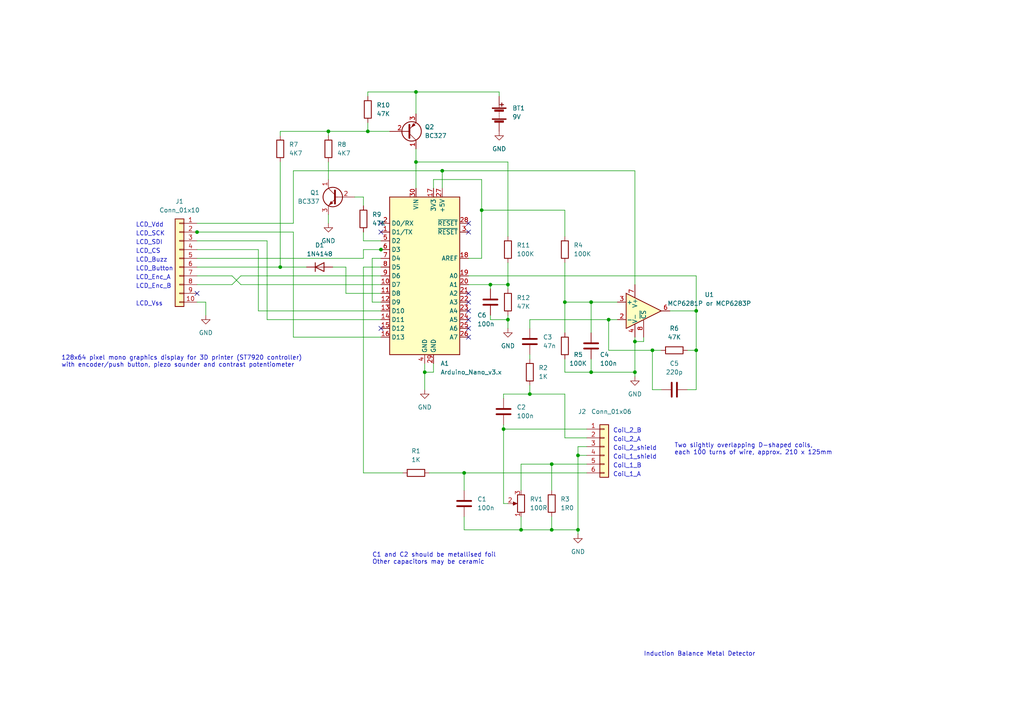
<source format=kicad_sch>
(kicad_sch (version 20211123) (generator eeschema)
  (paper "A4")
  (lib_symbols
    (symbol "Amplifier_Operational:MCP603-xP" (pin_names (offset 0.127))
      (property "Reference" "U" (at 0 6.35 0))
      (property "Value" "MCP603-xP" (at 0 3.81 0))
      (symbol "MCP603-xP_0_1"
        (polyline (pts (xy -5.08 5.08) (xy 5.08 0) (xy -5.08 -5.08) (xy -5.08 5.08)) (stroke (width 0.254)) (fill (type background)))
      )
      (symbol "MCP603-xP_1_1"
        (pin no_connect line (at 0 -2.54 90) (length 2.54) hide (name "NC") (number "1"))
        (pin input line (at -7.62 -2.54 0) (length 2.54) (name "-") (number "2"))
        (pin input line (at -7.62 2.54 0) (length 2.54) (name "+") (number "3"))
        (pin power_in line (at -2.54 -7.62 90) (length 3.81) (name "V-") (number "4"))
        (pin no_connect line (at -2.54 -2.54 90) (length 2.54) hide (name "NC") (number "5"))
        (pin output line (at 7.62 0 180) (length 2.54) (name "~") (number "6"))
        (pin power_in line (at -2.54 7.62 270) (length 3.81) (name "V+") (number "7"))
        (pin input line (at 0 -7.62 90) (length 5.08) (name "~{CS}") (number "8"))
      )
    )
    (symbol "Connector_Generic:Conn_01x06" (pin_names (offset 1.016) hide)
      (property "Reference" "J" (at 0 7.62 0))
      (property "Value" "Conn_01x06" (at 0 -10.16 0))
      (symbol "Conn_01x06_1_1"
        (rectangle (start -1.27 -7.493) (end 0 -7.747) (stroke (width 0.1524)))
        (rectangle (start -1.27 -4.953) (end 0 -5.207) (stroke (width 0.1524)))
        (rectangle (start -1.27 -2.413) (end 0 -2.667) (stroke (width 0.1524)))
        (rectangle (start -1.27 0.127) (end 0 -0.127) (stroke (width 0.1524)))
        (rectangle (start -1.27 2.667) (end 0 2.413) (stroke (width 0.1524)))
        (rectangle (start -1.27 5.207) (end 0 4.953) (stroke (width 0.1524)))
        (rectangle (start -1.27 6.35) (end 1.27 -8.89) (stroke (width 0.254)) (fill (type background)))
        (pin passive line (at -5.08 5.08 0) (length 3.81) (name "Pin_1") (number "1"))
        (pin passive line (at -5.08 2.54 0) (length 3.81) (name "Pin_2") (number "2"))
        (pin passive line (at -5.08 0 0) (length 3.81) (name "Pin_3") (number "3"))
        (pin passive line (at -5.08 -2.54 0) (length 3.81) (name "Pin_4") (number "4"))
        (pin passive line (at -5.08 -5.08 0) (length 3.81) (name "Pin_5") (number "5"))
        (pin passive line (at -5.08 -7.62 0) (length 3.81) (name "Pin_6") (number "6"))
      )
    )
    (symbol "Connector_Generic:Conn_01x10" (pin_names (offset 1.016) hide)
      (property "Reference" "J" (at 0 12.7 0))
      (property "Value" "Conn_01x10" (at 0 -15.24 0))
      (symbol "Conn_01x10_1_1"
        (rectangle (start -1.27 -12.573) (end 0 -12.827) (stroke (width 0.1524)))
        (rectangle (start -1.27 -10.033) (end 0 -10.287) (stroke (width 0.1524)))
        (rectangle (start -1.27 -7.493) (end 0 -7.747) (stroke (width 0.1524)))
        (rectangle (start -1.27 -4.953) (end 0 -5.207) (stroke (width 0.1524)))
        (rectangle (start -1.27 -2.413) (end 0 -2.667) (stroke (width 0.1524)))
        (rectangle (start -1.27 0.127) (end 0 -0.127) (stroke (width 0.1524)))
        (rectangle (start -1.27 2.667) (end 0 2.413) (stroke (width 0.1524)))
        (rectangle (start -1.27 5.207) (end 0 4.953) (stroke (width 0.1524)))
        (rectangle (start -1.27 7.747) (end 0 7.493) (stroke (width 0.1524)))
        (rectangle (start -1.27 10.287) (end 0 10.033) (stroke (width 0.1524)))
        (rectangle (start -1.27 11.43) (end 1.27 -13.97) (stroke (width 0.254)) (fill (type background)))
        (pin passive line (at -5.08 10.16 0) (length 3.81) (name "Pin_1") (number "1"))
        (pin passive line (at -5.08 -12.7 0) (length 3.81) (name "Pin_10") (number "10"))
        (pin passive line (at -5.08 7.62 0) (length 3.81) (name "Pin_2") (number "2"))
        (pin passive line (at -5.08 5.08 0) (length 3.81) (name "Pin_3") (number "3"))
        (pin passive line (at -5.08 2.54 0) (length 3.81) (name "Pin_4") (number "4"))
        (pin passive line (at -5.08 0 0) (length 3.81) (name "Pin_5") (number "5"))
        (pin passive line (at -5.08 -2.54 0) (length 3.81) (name "Pin_6") (number "6"))
        (pin passive line (at -5.08 -5.08 0) (length 3.81) (name "Pin_7") (number "7"))
        (pin passive line (at -5.08 -7.62 0) (length 3.81) (name "Pin_8") (number "8"))
        (pin passive line (at -5.08 -10.16 0) (length 3.81) (name "Pin_9") (number "9"))
      )
    )
    (symbol "Device:Battery" (pin_numbers hide) (pin_names (offset 0) hide)
      (property "Reference" "BT" (at 2.54 2.54 0))
      (property "Value" "Battery" (at 2.54 0 0))
      (symbol "Battery_0_1"
        (rectangle (start -2.032 -1.397) (end 2.032 -1.651) (fill (type outline)))
        (rectangle (start -2.032 1.778) (end 2.032 1.524) (fill (type outline)))
        (rectangle (start -1.3208 -1.9812) (end 1.27 -2.4892) (fill (type outline)))
        (rectangle (start -1.3208 1.1938) (end 1.27 0.6858) (fill (type outline)))
        (polyline (pts (xy 0 -1.524) (xy 0 -1.27)))
        (polyline (pts (xy 0 -1.016) (xy 0 -0.762)))
        (polyline (pts (xy 0 -0.508) (xy 0 -0.254)))
        (polyline (pts (xy 0 0) (xy 0 0.254)))
        (polyline (pts (xy 0 0.508) (xy 0 0.762)))
        (polyline (pts (xy 0 1.778) (xy 0 2.54)))
        (polyline (pts (xy 0.254 2.667) (xy 1.27 2.667)) (stroke (width 0.254)))
        (polyline (pts (xy 0.762 3.175) (xy 0.762 2.159)) (stroke (width 0.254)))
      )
      (symbol "Battery_1_1"
        (pin passive line (at 0 5.08 270) (length 2.54) (name "+") (number "1"))
        (pin passive line (at 0 -5.08 90) (length 2.54) (name "-") (number "2"))
      )
    )
    (symbol "Device:C" (pin_numbers hide) (pin_names (offset 0.254))
      (property "Reference" "C" (at 0.635 2.54 0))
      (property "Value" "C" (at 0.635 -2.54 0))
      (symbol "C_0_1"
        (polyline (pts (xy -2.032 -0.762) (xy 2.032 -0.762)) (stroke (width 0.508)))
        (polyline (pts (xy -2.032 0.762) (xy 2.032 0.762)) (stroke (width 0.508)))
      )
      (symbol "C_1_1"
        (pin passive line (at 0 3.81 270) (length 2.794) (name "~") (number "1"))
        (pin passive line (at 0 -3.81 90) (length 2.794) (name "~") (number "2"))
      )
    )
    (symbol "Device:R" (pin_numbers hide) (pin_names (offset 0))
      (property "Reference" "R" (at 2.032 0 90))
      (property "Value" "R" (at 0 0 90))
      (symbol "R_0_1"
        (rectangle (start -1.016 -2.54) (end 1.016 2.54) (stroke (width 0.254)))
      )
      (symbol "R_1_1"
        (pin passive line (at 0 3.81 270) (length 1.27) (name "~") (number "1"))
        (pin passive line (at 0 -3.81 90) (length 1.27) (name "~") (number "2"))
      )
    )
    (symbol "Device:R_Potentiometer" (pin_names (offset 1.016) hide)
      (property "Reference" "RV" (at -4.445 0 90))
      (property "Value" "R_Potentiometer" (at -2.54 0 90))
      (symbol "R_Potentiometer_0_1"
        (polyline (pts (xy 2.54 0) (xy 1.524 0)))
        (polyline (pts (xy 1.143 0) (xy 2.286 0.508) (xy 2.286 -0.508) (xy 1.143 0)) (fill (type outline)))
        (rectangle (start 1.016 2.54) (end -1.016 -2.54) (stroke (width 0.254)))
      )
      (symbol "R_Potentiometer_1_1"
        (pin passive line (at 0 3.81 270) (length 1.27) (name "1") (number "1"))
        (pin passive line (at 3.81 0 180) (length 1.27) (name "2") (number "2"))
        (pin passive line (at 0 -3.81 90) (length 1.27) (name "3") (number "3"))
      )
    )
    (symbol "Diode:1N4148" (pin_numbers hide) (pin_names (offset 1.016) hide)
      (property "Reference" "D" (at 0 2.54 0))
      (property "Value" "1N4148" (at 0 -2.54 0))
      (symbol "1N4148_0_1"
        (polyline (pts (xy -1.27 1.27) (xy -1.27 -1.27)) (stroke (width 0.254)))
        (polyline (pts (xy 1.27 0) (xy -1.27 0)))
        (polyline (pts (xy 1.27 1.27) (xy 1.27 -1.27) (xy -1.27 0) (xy 1.27 1.27)) (stroke (width 0.254)))
      )
      (symbol "1N4148_1_1"
        (pin passive line (at -3.81 0 0) (length 2.54) (name "K") (number "1"))
        (pin passive line (at 3.81 0 180) (length 2.54) (name "A") (number "2"))
      )
    )
    (symbol "MCU_Module:Arduino_Nano_v3.x"
      (property "Reference" "A" (at -10.16 23.495 0))
      (property "Value" "Arduino_Nano_v3.x" (at 5.08 -24.13 0))
      (symbol "Arduino_Nano_v3.x_0_1"
        (rectangle (start -10.16 22.86) (end 10.16 -22.86) (stroke (width 0.254)) (fill (type background)))
      )
      (symbol "Arduino_Nano_v3.x_1_1"
        (pin bidirectional line (at -12.7 12.7 0) (length 2.54) (name "D1/TX") (number "1"))
        (pin bidirectional line (at -12.7 -2.54 0) (length 2.54) (name "D7") (number "10"))
        (pin bidirectional line (at -12.7 -5.08 0) (length 2.54) (name "D8") (number "11"))
        (pin bidirectional line (at -12.7 -7.62 0) (length 2.54) (name "D9") (number "12"))
        (pin bidirectional line (at -12.7 -10.16 0) (length 2.54) (name "D10") (number "13"))
        (pin bidirectional line (at -12.7 -12.7 0) (length 2.54) (name "D11") (number "14"))
        (pin bidirectional line (at -12.7 -15.24 0) (length 2.54) (name "D12") (number "15"))
        (pin bidirectional line (at -12.7 -17.78 0) (length 2.54) (name "D13") (number "16"))
        (pin power_out line (at 2.54 25.4 270) (length 2.54) (name "3V3") (number "17"))
        (pin input line (at 12.7 5.08 180) (length 2.54) (name "AREF") (number "18"))
        (pin bidirectional line (at 12.7 0 180) (length 2.54) (name "A0") (number "19"))
        (pin bidirectional line (at -12.7 15.24 0) (length 2.54) (name "D0/RX") (number "2"))
        (pin bidirectional line (at 12.7 -2.54 180) (length 2.54) (name "A1") (number "20"))
        (pin bidirectional line (at 12.7 -5.08 180) (length 2.54) (name "A2") (number "21"))
        (pin bidirectional line (at 12.7 -7.62 180) (length 2.54) (name "A3") (number "22"))
        (pin bidirectional line (at 12.7 -10.16 180) (length 2.54) (name "A4") (number "23"))
        (pin bidirectional line (at 12.7 -12.7 180) (length 2.54) (name "A5") (number "24"))
        (pin bidirectional line (at 12.7 -15.24 180) (length 2.54) (name "A6") (number "25"))
        (pin bidirectional line (at 12.7 -17.78 180) (length 2.54) (name "A7") (number "26"))
        (pin power_out line (at 5.08 25.4 270) (length 2.54) (name "+5V") (number "27"))
        (pin input line (at 12.7 15.24 180) (length 2.54) (name "~{RESET}") (number "28"))
        (pin power_in line (at 2.54 -25.4 90) (length 2.54) (name "GND") (number "29"))
        (pin input line (at 12.7 12.7 180) (length 2.54) (name "~{RESET}") (number "3"))
        (pin power_in line (at -2.54 25.4 270) (length 2.54) (name "VIN") (number "30"))
        (pin power_in line (at 0 -25.4 90) (length 2.54) (name "GND") (number "4"))
        (pin bidirectional line (at -12.7 10.16 0) (length 2.54) (name "D2") (number "5"))
        (pin bidirectional line (at -12.7 7.62 0) (length 2.54) (name "D3") (number "6"))
        (pin bidirectional line (at -12.7 5.08 0) (length 2.54) (name "D4") (number "7"))
        (pin bidirectional line (at -12.7 2.54 0) (length 2.54) (name "D5") (number "8"))
        (pin bidirectional line (at -12.7 0 0) (length 2.54) (name "D6") (number "9"))
      )
    )
    (symbol "Transistor_BJT:BC327" (pin_names (offset 0) hide)
      (property "Reference" "Q" (at 5.08 1.905 0))
      (property "Value" "BC327" (at 5.08 0 0))
      (symbol "BC327_0_1"
        (polyline (pts (xy 0.635 0.635) (xy 2.54 2.54)))
        (polyline (pts (xy 0.635 -0.635) (xy 2.54 -2.54) (xy 2.54 -2.54)))
        (polyline (pts (xy 0.635 1.905) (xy 0.635 -1.905) (xy 0.635 -1.905)) (stroke (width 0.508)))
        (polyline (pts (xy 2.286 -1.778) (xy 1.778 -2.286) (xy 1.27 -1.27) (xy 2.286 -1.778) (xy 2.286 -1.778)) (fill (type outline)))
        (circle (center 1.27 0) (radius 2.8194) (stroke (width 0.254)))
      )
      (symbol "BC327_1_1"
        (pin passive line (at 2.54 5.08 270) (length 2.54) (name "C") (number "1"))
        (pin input line (at -5.08 0 0) (length 5.715) (name "B") (number "2"))
        (pin passive line (at 2.54 -5.08 90) (length 2.54) (name "E") (number "3"))
      )
    )
    (symbol "Transistor_BJT:BC337" (pin_names (offset 0) hide)
      (property "Reference" "Q" (at 5.08 1.905 0))
      (property "Value" "BC337" (at 5.08 0 0))
      (symbol "BC337_0_1"
        (polyline (pts (xy 0 0) (xy 0.635 0)))
        (polyline (pts (xy 0.635 0.635) (xy 2.54 2.54)))
        (polyline (pts (xy 0.635 -0.635) (xy 2.54 -2.54) (xy 2.54 -2.54)))
        (polyline (pts (xy 0.635 1.905) (xy 0.635 -1.905) (xy 0.635 -1.905)) (stroke (width 0.508)))
        (polyline (pts (xy 1.27 -1.778) (xy 1.778 -1.27) (xy 2.286 -2.286) (xy 1.27 -1.778) (xy 1.27 -1.778)) (fill (type outline)))
        (circle (center 1.27 0) (radius 2.8194) (stroke (width 0.254)))
      )
      (symbol "BC337_1_1"
        (pin passive line (at 2.54 5.08 270) (length 2.54) (name "C") (number "1"))
        (pin input line (at -5.08 0 0) (length 5.08) (name "B") (number "2"))
        (pin passive line (at 2.54 -5.08 90) (length 2.54) (name "E") (number "3"))
      )
    )
    (symbol "power:GND" (power) (pin_names (offset 0))
      (property "Value" "GND" (at 0 -3.81 0))
      (symbol "GND_0_1"
        (polyline (pts (xy 0 0) (xy 0 -1.27) (xy 1.27 -1.27) (xy 0 -2.54) (xy -1.27 -1.27) (xy 0 -1.27)))
      )
      (symbol "GND_1_1"
        (pin power_in line (at 0 0 270) (length 0) hide (name "GND") (number "1"))
      )
    )
  )
  (junction (at 184.15 99.06))
  (junction (at 184.15 107.95))
  (junction (at 201.93 101.6))
  (junction (at 128.27 49.53))
  (junction (at 201.93 90.17))
  (junction (at 151.13 153.67))
  (junction (at 120.65 46.99))
  (junction (at 147.32 92.71))
  (junction (at 153.67 114.3))
  (junction (at 171.45 87.63))
  (junction (at 171.45 107.95))
  (junction (at 176.53 92.71))
  (junction (at 167.64 153.67))
  (junction (at 146.05 124.46))
  (junction (at 139.7 60.96))
  (junction (at 123.19 107.95))
  (junction (at 106.68 38.1))
  (junction (at 142.24 82.55))
  (junction (at 57.15 67.31))
  (junction (at 189.23 101.6))
  (junction (at 163.83 87.63))
  (junction (at 95.25 38.1))
  (junction (at 160.02 134.62))
  (junction (at 81.28 77.47))
  (junction (at 160.02 153.67))
  (junction (at 147.32 82.55))
  (junction (at 167.64 132.08))
  (junction (at 120.65 26.67))
  (junction (at 134.62 137.16))
  (junction (at 110.49 72.39))
  (no_connect (at 135.89 64.77))
  (no_connect (at 135.89 67.31))
  (no_connect (at 135.89 90.17))
  (no_connect (at 135.89 85.09))
  (no_connect (at 135.89 87.63))
  (no_connect (at 135.89 97.79))
  (no_connect (at 135.89 95.25))
  (no_connect (at 135.89 92.71))
  (no_connect (at 110.49 95.25))
  (no_connect (at 110.49 67.31))
  (no_connect (at 110.49 64.77))
  (no_connect (at 57.15 85.09))
  (wire (pts (xy 201.93 101.6) (xy 199.39 101.6)))
  (wire (pts (xy 105.41 77.47) (xy 105.41 137.16)))
  (wire (pts (xy 125.73 54.61) (xy 125.73 52.07)))
  (wire (pts (xy 189.23 101.6) (xy 189.23 113.03)))
  (wire (pts (xy 69.85 80.01) (xy 67.31 82.55)))
  (wire (pts (xy 81.28 77.47) (xy 57.15 77.47)))
  (wire (pts (xy 95.25 38.1) (xy 106.68 38.1)))
  (wire (pts (xy 153.67 92.71) (xy 176.53 92.71)))
  (wire (pts (xy 151.13 134.62) (xy 151.13 142.24)))
  (wire (pts (xy 147.32 76.2) (xy 147.32 82.55)))
  (wire (pts (xy 77.47 92.71) (xy 77.47 69.85)))
  (wire (pts (xy 81.28 46.99) (xy 81.28 77.47)))
  (wire (pts (xy 184.15 99.06) (xy 184.15 107.95)))
  (wire (pts (xy 57.15 80.01) (xy 67.31 80.01)))
  (wire (pts (xy 95.25 46.99) (xy 95.25 52.07)))
  (wire (pts (xy 167.64 153.67) (xy 167.64 154.94)))
  (wire (pts (xy 147.32 92.71) (xy 147.32 95.25)))
  (wire (pts (xy 125.73 52.07) (xy 139.7 52.07)))
  (wire (pts (xy 189.23 113.03) (xy 191.77 113.03)))
  (wire (pts (xy 67.31 82.55) (xy 57.15 82.55)))
  (wire (pts (xy 57.15 67.31) (xy 85.09 67.31)))
  (wire (pts (xy 163.83 87.63) (xy 171.45 87.63)))
  (wire (pts (xy 146.05 114.3) (xy 146.05 115.57)))
  (wire (pts (xy 100.33 77.47) (xy 100.33 85.09)))
  (wire (pts (xy 120.65 46.99) (xy 147.32 46.99)))
  (wire (pts (xy 146.05 124.46) (xy 170.18 124.46)))
  (wire (pts (xy 153.67 102.87) (xy 153.67 104.14)))
  (wire (pts (xy 153.67 111.76) (xy 153.67 114.3)))
  (wire (pts (xy 184.15 49.53) (xy 184.15 82.55)))
  (wire (pts (xy 163.83 76.2) (xy 163.83 87.63)))
  (wire (pts (xy 184.15 107.95) (xy 184.15 109.22)))
  (wire (pts (xy 176.53 92.71) (xy 179.07 92.71)))
  (wire (pts (xy 176.53 101.6) (xy 176.53 92.71)))
  (wire (pts (xy 123.19 107.95) (xy 125.73 107.95)))
  (wire (pts (xy 147.32 146.05) (xy 146.05 146.05)))
  (wire (pts (xy 110.49 92.71) (xy 77.47 92.71)))
  (wire (pts (xy 110.6235 72.39) (xy 110.49 72.39)))
  (wire (pts (xy 146.05 124.46) (xy 146.05 146.05)))
  (wire (pts (xy 171.45 87.63) (xy 171.45 96.52)))
  (wire (pts (xy 167.64 132.08) (xy 167.64 153.67)))
  (wire (pts (xy 57.15 87.63) (xy 59.69 87.63)))
  (wire (pts (xy 106.68 26.67) (xy 120.65 26.67)))
  (wire (pts (xy 105.41 74.93) (xy 105.41 72.39)))
  (wire (pts (xy 107.95 74.93) (xy 110.49 74.93)))
  (wire (pts (xy 151.13 153.67) (xy 160.02 153.67)))
  (wire (pts (xy 110.49 85.09) (xy 100.33 85.09)))
  (wire (pts (xy 95.25 39.37) (xy 95.25 38.1)))
  (wire (pts (xy 160.02 153.67) (xy 167.64 153.67)))
  (wire (pts (xy 153.67 114.3) (xy 146.05 114.3)))
  (wire (pts (xy 201.93 101.6) (xy 201.93 113.03)))
  (wire (pts (xy 77.47 69.85) (xy 57.15 69.85)))
  (wire (pts (xy 105.41 67.31) (xy 105.41 69.85)))
  (wire (pts (xy 123.19 105.41) (xy 123.19 107.95)))
  (wire (pts (xy 139.7 60.96) (xy 139.7 74.93)))
  (wire (pts (xy 128.27 49.53) (xy 128.27 54.61)))
  (wire (pts (xy 135.89 80.01) (xy 201.93 80.01)))
  (wire (pts (xy 57.15 64.77) (xy 85.09 64.77)))
  (wire (pts (xy 147.32 91.44) (xy 147.32 92.71)))
  (wire (pts (xy 81.28 39.37) (xy 81.28 38.1)))
  (wire (pts (xy 142.24 92.71) (xy 147.32 92.71)))
  (wire (pts (xy 57.15 74.93) (xy 105.41 74.93)))
  (wire (pts (xy 123.19 107.95) (xy 123.19 113.03)))
  (wire (pts (xy 170.18 127) (xy 163.83 127)))
  (wire (pts (xy 107.95 74.93) (xy 107.95 87.63)))
  (wire (pts (xy 105.41 137.16) (xy 116.84 137.16)))
  (wire (pts (xy 125.73 107.95) (xy 125.73 105.41)))
  (wire (pts (xy 120.65 26.67) (xy 144.78 26.67)))
  (wire (pts (xy 163.83 107.95) (xy 171.45 107.95)))
  (wire (pts (xy 59.69 87.63) (xy 59.69 91.44)))
  (wire (pts (xy 170.18 134.62) (xy 160.02 134.62)))
  (wire (pts (xy 110.49 90.17) (xy 74.93 90.17)))
  (wire (pts (xy 201.93 113.03) (xy 199.39 113.03)))
  (wire (pts (xy 106.68 38.1) (xy 113.03 38.1)))
  (wire (pts (xy 163.83 127) (xy 163.83 114.3)))
  (wire (pts (xy 186.69 99.06) (xy 184.15 99.06)))
  (wire (pts (xy 134.62 137.16) (xy 134.62 142.24)))
  (wire (pts (xy 74.93 90.17) (xy 74.93 72.39)))
  (wire (pts (xy 135.89 74.93) (xy 139.7 74.93)))
  (wire (pts (xy 189.23 101.6) (xy 176.53 101.6)))
  (wire (pts (xy 160.02 134.62) (xy 151.13 134.62)))
  (wire (pts (xy 191.77 101.6) (xy 189.23 101.6)))
  (wire (pts (xy 160.02 149.86) (xy 160.02 153.67)))
  (wire (pts (xy 110.49 69.85) (xy 105.41 69.85)))
  (wire (pts (xy 120.65 46.99) (xy 120.65 54.61)))
  (wire (pts (xy 110.49 97.79) (xy 85.09 97.79)))
  (wire (pts (xy 184.15 97.79) (xy 184.15 99.06)))
  (wire (pts (xy 142.24 91.44) (xy 142.24 92.71)))
  (wire (pts (xy 95.25 62.23) (xy 95.25 64.77)))
  (wire (pts (xy 139.7 60.96) (xy 163.83 60.96)))
  (wire (pts (xy 163.83 104.14) (xy 163.83 107.95)))
  (wire (pts (xy 163.83 87.63) (xy 163.83 96.52)))
  (wire (pts (xy 147.32 82.55) (xy 147.32 83.82)))
  (wire (pts (xy 171.45 107.95) (xy 184.15 107.95)))
  (wire (pts (xy 153.67 95.25) (xy 153.67 92.71)))
  (wire (pts (xy 110.49 82.55) (xy 69.85 82.55)))
  (wire (pts (xy 57.0981 67.4256) (xy 57.15 67.31)))
  (wire (pts (xy 69.85 82.55) (xy 67.31 80.01)))
  (wire (pts (xy 81.28 38.1) (xy 95.25 38.1)))
  (wire (pts (xy 163.83 60.96) (xy 163.83 68.58)))
  (wire (pts (xy 105.41 57.15) (xy 105.41 59.69)))
  (wire (pts (xy 120.65 43.18) (xy 120.65 46.99)))
  (wire (pts (xy 201.93 90.17) (xy 201.93 101.6)))
  (wire (pts (xy 105.41 72.39) (xy 110.49 72.39)))
  (wire (pts (xy 134.62 153.67) (xy 151.13 153.67)))
  (wire (pts (xy 151.13 149.86) (xy 151.13 153.67)))
  (wire (pts (xy 201.93 80.01) (xy 201.93 90.17)))
  (wire (pts (xy 201.93 90.17) (xy 194.31 90.17)))
  (wire (pts (xy 147.32 46.99) (xy 147.32 68.58)))
  (wire (pts (xy 120.65 26.67) (xy 120.65 33.02)))
  (wire (pts (xy 81.28 77.47) (xy 88.9 77.47)))
  (wire (pts (xy 110.49 77.47) (xy 105.41 77.47)))
  (wire (pts (xy 106.68 35.56) (xy 106.68 38.1)))
  (wire (pts (xy 142.24 82.55) (xy 142.24 83.82)))
  (wire (pts (xy 85.09 64.77) (xy 85.09 49.53)))
  (wire (pts (xy 134.62 137.16) (xy 170.18 137.16)))
  (wire (pts (xy 110.49 80.01) (xy 69.85 80.01)))
  (wire (pts (xy 134.62 149.86) (xy 134.62 153.67)))
  (wire (pts (xy 171.45 104.14) (xy 171.45 107.95)))
  (wire (pts (xy 96.52 77.47) (xy 100.33 77.47)))
  (wire (pts (xy 142.24 82.55) (xy 147.32 82.55)))
  (wire (pts (xy 135.89 82.55) (xy 142.24 82.55)))
  (wire (pts (xy 179.07 87.63) (xy 171.45 87.63)))
  (wire (pts (xy 146.05 123.19) (xy 146.05 124.46)))
  (wire (pts (xy 144.78 26.67) (xy 144.78 27.94)))
  (wire (pts (xy 163.83 114.3) (xy 153.67 114.3)))
  (wire (pts (xy 102.87 57.15) (xy 105.41 57.15)))
  (wire (pts (xy 139.7 52.07) (xy 139.7 60.96)))
  (wire (pts (xy 124.46 137.16) (xy 134.62 137.16)))
  (wire (pts (xy 167.64 129.54) (xy 170.18 129.54)))
  (wire (pts (xy 106.68 27.94) (xy 106.68 26.67)))
  (wire (pts (xy 186.69 97.79) (xy 186.69 99.06)))
  (wire (pts (xy 128.27 49.53) (xy 184.15 49.53)))
  (wire (pts (xy 107.95 87.63) (xy 110.49 87.63)))
  (wire (pts (xy 160.02 134.62) (xy 160.02 142.24)))
  (wire (pts (xy 85.09 49.53) (xy 128.27 49.53)))
  (wire (pts (xy 167.64 132.08) (xy 170.18 132.08)))
  (wire (pts (xy 85.09 97.79) (xy 85.09 67.31)))
  (wire (pts (xy 74.93 72.39) (xy 57.15 72.39)))
  (wire (pts (xy 167.64 132.08) (xy 167.64 129.54)))
  (text "LCD_SCK" (at 39.37 68.58 0) (effects (font (size 1.27 1.27)) (justify left bottom)))
  (text "Coil_1_B" (at 177.8 135.89 0) (effects (font (size 1.27 1.27)) (justify left bottom)))
  (text "128x64 pixel mono graphics display for 3D printer (ST7920 controller)\nwith encoder/push button, piezo sounder and contrast potentiometer" (at 17.78 106.68 0) (effects (font (size 1.27 1.27)) (justify left bottom)))
  (text "Coil_2_A" (at 177.8 128.27 0) (effects (font (size 1.27 1.27)) (justify left bottom)))
  (text "LCD_SDI" (at 39.37 71.12 0) (effects (font (size 1.27 1.27)) (justify left bottom)))
  (text "C1 and C2 should be metallised foil\nOther capacitors may be ceramic" (at 107.95 163.83 0) (effects (font (size 1.27 1.27)) (justify left bottom)))
  (text "LCD_Vss" (at 39.37 88.9 0) (effects (font (size 1.27 1.27)) (justify left bottom)))
  (text "Coil_2_B" (at 177.8 125.73 0) (effects (font (size 1.27 1.27)) (justify left bottom)))
  (text "Induction Balance Metal Detector" (at 186.69 190.5 0) (effects (font (size 1.27 1.27)) (justify left bottom)))
  (text "LCD_Buzz" (at 39.37 76.2 0) (effects (font (size 1.27 1.27)) (justify left bottom)))
  (text "LCD_Button" (at 39.37 78.74 0) (effects (font (size 1.27 1.27)) (justify left bottom)))
  (text "Coil_1_A" (at 177.8 138.43 0) (effects (font (size 1.27 1.27)) (justify left bottom)))
  (text "LCD_Enc_B" (at 39.37 83.82 0) (effects (font (size 1.27 1.27)) (justify left bottom)))
  (text "Coil_1_shield" (at 177.8 133.35 0) (effects (font (size 1.27 1.27)) (justify left bottom)))
  (text "Coil_2_shield" (at 177.8 130.81 0) (effects (font (size 1.27 1.27)) (justify left bottom)))
  (text "LCD_CS" (at 39.37 73.66 0) (effects (font (size 1.27 1.27)) (justify left bottom)))
  (text "LCD_Vdd" (at 39.37 66.04 0) (effects (font (size 1.27 1.27)) (justify left bottom)))
  (text "LCD_Enc_A" (at 39.37 81.28 0) (effects (font (size 1.27 1.27)) (justify left bottom)))
  (text "Two slightly overlapping D-shaped coils,\neach 100 turns of wire, approx. 210 x 125mm" (at 195.58 132.08 0) (effects (font (size 1.27 1.27)) (justify left bottom)))
  (symbol (lib_id "power:GND") (at 147.32 95.25 0) (unit 1)
    (property "Reference" "#PWR06" (effects hide))
    (property "Value" "GND" (at 147.32 100.33 0))
  )
  (symbol (lib_id "Device:R") (at 81.28 43.18 180) (unit 1)
    (property "Reference" "R7" (at 83.82 41.9099 0) (effects (justify right)))
    (property "Value" "4K7" (at 83.82 44.4499 0) (effects (justify right)))
  )
  (symbol (lib_id "Device:R") (at 106.68 31.75 180) (unit 1)
    (property "Reference" "R10" (at 109.22 30.4799 0) (effects (justify right)))
    (property "Value" "47K" (at 109.22 33.0199 0) (effects (justify right)))
  )
  (symbol (lib_id "Device:C") (at 195.58 113.03 90) (unit 1)
    (property "Reference" "C5" (at 195.58 105.41 90))
    (property "Value" "220p" (at 195.58 107.95 90))
  )
  (symbol (lib_id "Device:R") (at 147.32 72.39 0) (unit 1)
    (property "Reference" "R11" (at 149.86 71.1199 0) (effects (justify left)))
    (property "Value" "100K" (at 149.86 73.6599 0) (effects (justify left)))
  )
  (symbol (lib_id "Transistor_BJT:BC337") (at 97.79 57.15 0) (mirror y) (unit 1)
    (property "Reference" "Q1" (at 92.71 55.8799 0) (effects (justify left)))
    (property "Value" "BC337" (at 92.71 58.4199 0) (effects (justify left)))
    (property "Footprint" "Package_TO_SOT_THT:TO-92_Inline" (effects hide))
    (property "Datasheet" "https://diotec.com/tl_files/diotec/files/pdf/datasheets/bc337.pdf" (effects hide))
  )
  (symbol (lib_id "Device:Battery") (at 144.78 33.02 0) (unit 1)
    (property "Reference" "BT1" (at 148.59 31.3689 0) (effects (justify left)))
    (property "Value" "9V" (at 148.59 33.9089 0) (effects (justify left)))
  )
  (symbol (lib_id "Device:C") (at 134.62 146.05 0) (unit 1)
    (property "Reference" "C1" (at 138.43 144.7799 0) (effects (justify left)))
    (property "Value" "100n" (at 138.43 147.3199 0) (effects (justify left)))
  )
  (symbol (lib_id "Device:R") (at 147.32 87.63 0) (unit 1)
    (property "Reference" "R12" (at 149.86 86.3599 0) (effects (justify left)))
    (property "Value" "47K" (at 149.86 88.8999 0) (effects (justify left)))
  )
  (symbol (lib_id "Device:C") (at 171.45 100.33 0) (unit 1)
    (property "Reference" "C4" (at 173.99 102.87 0) (effects (justify left)))
    (property "Value" "100n" (at 173.99 105.41 0) (effects (justify left)))
  )
  (symbol (lib_id "Transistor_BJT:BC327") (at 118.11 38.1 0) (mirror x) (unit 1)
    (property "Reference" "Q2" (at 123.19 36.8299 0) (effects (justify left)))
    (property "Value" "BC327" (at 123.19 39.3699 0) (effects (justify left)))
    (property "Footprint" "Package_TO_SOT_THT:TO-92_Inline" (effects hide))
    (property "Datasheet" "http://www.onsemi.com/pub_link/Collateral/BC327-D.PDF" (effects hide))
  )
  (symbol (lib_id "power:GND") (at 123.19 113.03 0) (unit 1)
    (property "Reference" "#PWR02" (effects hide))
    (property "Value" "GND" (at 123.19 118.11 0))
  )
  (symbol (lib_id "Device:R") (at 195.58 101.6 270) (unit 1)
    (property "Reference" "R6" (at 195.58 95.25 90))
    (property "Value" "47K" (at 195.58 97.79 90))
  )
  (symbol (lib_id "power:GND") (at 144.78 38.1 0) (unit 1)
    (property "Reference" "#PWR0101" (effects hide))
    (property "Value" "GND" (at 144.78 43.18 0))
  )
  (symbol (lib_id "Device:R") (at 120.65 137.16 270) (unit 1)
    (property "Reference" "R1" (at 120.65 130.81 90))
    (property "Value" "1K" (at 120.65 133.35 90))
  )
  (symbol (lib_id "Device:R") (at 163.83 72.39 0) (unit 1)
    (property "Reference" "R4" (at 166.37 71.1199 0) (effects (justify left)))
    (property "Value" "100K" (at 166.37 73.6599 0) (effects (justify left)))
  )
  (symbol (lib_id "power:GND") (at 59.69 91.44 0) (unit 1)
    (property "Reference" "#PWR01" (effects hide))
    (property "Value" "GND" (at 59.69 96.52 0))
  )
  (symbol (lib_id "Device:C") (at 153.67 99.06 0) (unit 1)
    (property "Reference" "C3" (at 157.48 97.7899 0) (effects (justify left)))
    (property "Value" "47n" (at 157.48 100.3299 0) (effects (justify left)))
  )
  (symbol (lib_id "power:GND") (at 95.25 64.77 0) (unit 1)
    (property "Reference" "#PWR05" (effects hide))
    (property "Value" "GND" (at 95.25 69.85 0))
  )
  (symbol (lib_id "power:GND") (at 167.64 154.94 0) (unit 1)
    (property "Reference" "#PWR03" (effects hide))
    (property "Value" "GND" (at 167.64 160.02 0))
  )
  (symbol (lib_id "power:GND") (at 184.15 109.22 0) (unit 1)
    (property "Reference" "#PWR04" (effects hide))
    (property "Value" "GND" (at 184.15 114.3 0))
  )
  (symbol (lib_id "Device:R") (at 153.67 107.95 0) (unit 1)
    (property "Reference" "R2" (at 156.21 106.6799 0) (effects (justify left)))
    (property "Value" "1K" (at 156.21 109.2199 0) (effects (justify left)))
  )
  (symbol (lib_id "Device:C") (at 146.05 119.38 0) (unit 1)
    (property "Reference" "C2" (at 149.86 118.1099 0) (effects (justify left)))
    (property "Value" "100n" (at 149.86 120.6499 0) (effects (justify left)))
  )
  (symbol (lib_id "Device:R") (at 95.25 43.18 180) (unit 1)
    (property "Reference" "R8" (at 97.79 41.9099 0) (effects (justify right)))
    (property "Value" "4K7" (at 97.79 44.4499 0) (effects (justify right)))
  )
  (symbol (lib_id "Device:R_Potentiometer") (at 151.13 146.05 180) (unit 1)
    (property "Reference" "RV1" (at 153.67 144.7799 0) (effects (justify right)))
    (property "Value" "100R" (at 153.67 147.3199 0) (effects (justify right)))
  )
  (symbol (lib_id "Device:R") (at 160.02 146.05 0) (unit 1)
    (property "Reference" "R3" (at 162.56 144.7799 0) (effects (justify left)))
    (property "Value" "1R0" (at 162.56 147.3199 0) (effects (justify left)))
  )
  (symbol (lib_id "Device:R") (at 163.83 100.33 0) (unit 1)
    (property "Reference" "R5" (at 166.37 102.87 0) (effects (justify left)))
    (property "Value" "100K" (at 165.1 105.41 0) (effects (justify left)))
  )
  (symbol (lib_id "Connector_Generic:Conn_01x10") (at 52.07 74.93 0) (mirror y) (unit 1)
    (property "Reference" "J1" (at 52.07 58.42 0))
    (property "Value" "Conn_01x10" (at 52.07 60.96 0))
  )
  (symbol (lib_id "Connector_Generic:Conn_01x06") (at 175.26 129.54 0) (unit 1)
    (property "Reference" "J2" (at 167.64 119.38 0) (effects (justify left)))
    (property "Value" "Conn_01x06" (at 171.45 119.38 0) (effects (justify left)))
  )
  (symbol (lib_id "Device:R") (at 105.41 63.5 180) (unit 1)
    (property "Reference" "R9" (at 107.95 62.2299 0) (effects (justify right)))
    (property "Value" "47K" (at 107.95 64.7699 0) (effects (justify right)))
  )
  (symbol (lib_id "Diode:1N4148") (at 92.71 77.47 0) (unit 1)
    (property "Reference" "D1" (at 92.71 71.12 0))
    (property "Value" "1N4148" (at 92.71 73.66 0))
    (property "Footprint" "Diode_THT:D_DO-35_SOD27_P7.62mm_Horizontal" (effects hide))
    (property "Datasheet" "https://assets.nexperia.com/documents/data-sheet/1N4148_1N4448.pdf" (effects hide))
  )
  (symbol (lib_id "Device:C") (at 142.24 87.63 0) (unit 1)
    (property "Reference" "C6" (at 138.43 91.44 0) (effects (justify left)))
    (property "Value" "100n" (at 138.43 93.98 0) (effects (justify left)))
  )
  (symbol (lib_id "Amplifier_Operational:MCP603-xP") (at 186.69 90.17 0) (unit 1)
    (property "Reference" "U1" (at 205.74 85.471 0))
    (property "Value" "MCP6281P or MCP6283P" (at 205.74 88.011 0))
    (property "Datasheet" "http://ww1.microchip.com/downloads/en/DeviceDoc/21314g.pdf" (effects hide))
  )
  (symbol (lib_id "MCU_Module:Arduino_Nano_v3.x") (at 123.19 80.01 0) (unit 1)
    (property "Reference" "A1" (at 127.7494 105.41 0) (effects (justify left)))
    (property "Value" "Arduino_Nano_v3.x" (at 127.7494 107.95 0) (effects (justify left)))
    (property "Footprint" "Module:Arduino_Nano" (effects hide))
    (property "Datasheet" "http://www.mouser.com/pdfdocs/Gravitech_Arduino_Nano3_0.pdf" (effects hide))
  )
)
</source>
